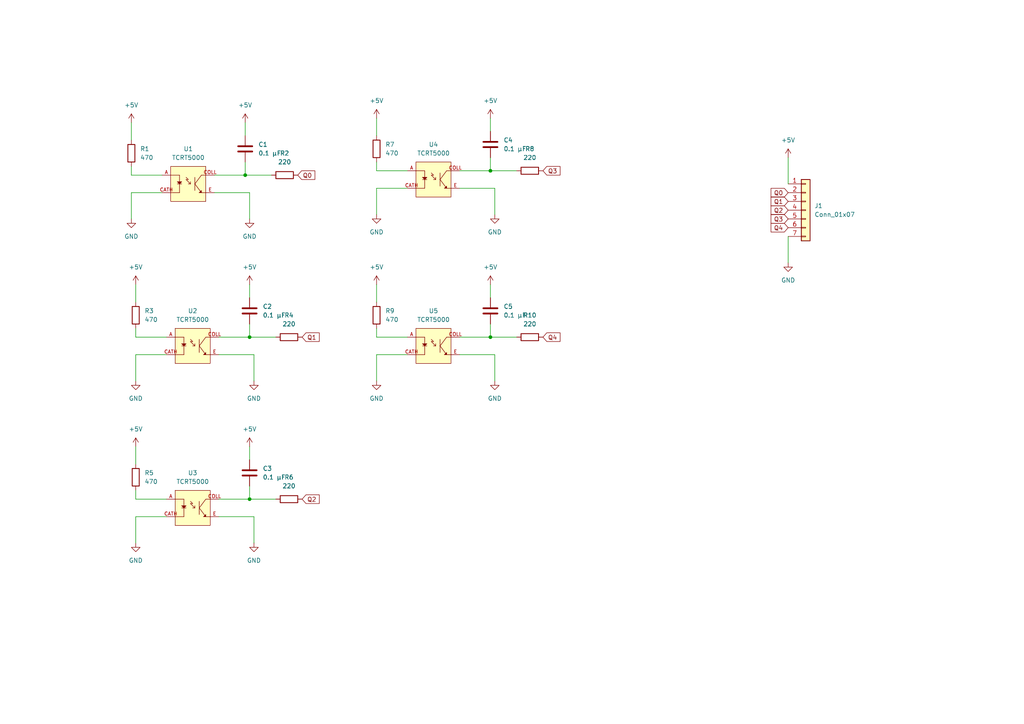
<source format=kicad_sch>
(kicad_sch (version 20230121) (generator eeschema)

  (uuid 6acb7d6e-ab3b-46ae-8ddb-4d2fb9ade2d9)

  (paper "A4")

  (lib_symbols
    (symbol "Connector_Generic:Conn_01x07" (pin_names (offset 1.016) hide) (in_bom yes) (on_board yes)
      (property "Reference" "J" (at 0 10.16 0)
        (effects (font (size 1.27 1.27)))
      )
      (property "Value" "Conn_01x07" (at 0 -10.16 0)
        (effects (font (size 1.27 1.27)))
      )
      (property "Footprint" "" (at 0 0 0)
        (effects (font (size 1.27 1.27)) hide)
      )
      (property "Datasheet" "~" (at 0 0 0)
        (effects (font (size 1.27 1.27)) hide)
      )
      (property "ki_keywords" "connector" (at 0 0 0)
        (effects (font (size 1.27 1.27)) hide)
      )
      (property "ki_description" "Generic connector, single row, 01x07, script generated (kicad-library-utils/schlib/autogen/connector/)" (at 0 0 0)
        (effects (font (size 1.27 1.27)) hide)
      )
      (property "ki_fp_filters" "Connector*:*_1x??_*" (at 0 0 0)
        (effects (font (size 1.27 1.27)) hide)
      )
      (symbol "Conn_01x07_1_1"
        (rectangle (start -1.27 -7.493) (end 0 -7.747)
          (stroke (width 0.1524) (type default))
          (fill (type none))
        )
        (rectangle (start -1.27 -4.953) (end 0 -5.207)
          (stroke (width 0.1524) (type default))
          (fill (type none))
        )
        (rectangle (start -1.27 -2.413) (end 0 -2.667)
          (stroke (width 0.1524) (type default))
          (fill (type none))
        )
        (rectangle (start -1.27 0.127) (end 0 -0.127)
          (stroke (width 0.1524) (type default))
          (fill (type none))
        )
        (rectangle (start -1.27 2.667) (end 0 2.413)
          (stroke (width 0.1524) (type default))
          (fill (type none))
        )
        (rectangle (start -1.27 5.207) (end 0 4.953)
          (stroke (width 0.1524) (type default))
          (fill (type none))
        )
        (rectangle (start -1.27 7.747) (end 0 7.493)
          (stroke (width 0.1524) (type default))
          (fill (type none))
        )
        (rectangle (start -1.27 8.89) (end 1.27 -8.89)
          (stroke (width 0.254) (type default))
          (fill (type background))
        )
        (pin passive line (at -5.08 7.62 0) (length 3.81)
          (name "Pin_1" (effects (font (size 1.27 1.27))))
          (number "1" (effects (font (size 1.27 1.27))))
        )
        (pin passive line (at -5.08 5.08 0) (length 3.81)
          (name "Pin_2" (effects (font (size 1.27 1.27))))
          (number "2" (effects (font (size 1.27 1.27))))
        )
        (pin passive line (at -5.08 2.54 0) (length 3.81)
          (name "Pin_3" (effects (font (size 1.27 1.27))))
          (number "3" (effects (font (size 1.27 1.27))))
        )
        (pin passive line (at -5.08 0 0) (length 3.81)
          (name "Pin_4" (effects (font (size 1.27 1.27))))
          (number "4" (effects (font (size 1.27 1.27))))
        )
        (pin passive line (at -5.08 -2.54 0) (length 3.81)
          (name "Pin_5" (effects (font (size 1.27 1.27))))
          (number "5" (effects (font (size 1.27 1.27))))
        )
        (pin passive line (at -5.08 -5.08 0) (length 3.81)
          (name "Pin_6" (effects (font (size 1.27 1.27))))
          (number "6" (effects (font (size 1.27 1.27))))
        )
        (pin passive line (at -5.08 -7.62 0) (length 3.81)
          (name "Pin_7" (effects (font (size 1.27 1.27))))
          (number "7" (effects (font (size 1.27 1.27))))
        )
      )
    )
    (symbol "Device:C" (pin_numbers hide) (pin_names (offset 0.254)) (in_bom yes) (on_board yes)
      (property "Reference" "C" (at 0.635 2.54 0)
        (effects (font (size 1.27 1.27)) (justify left))
      )
      (property "Value" "C" (at 0.635 -2.54 0)
        (effects (font (size 1.27 1.27)) (justify left))
      )
      (property "Footprint" "" (at 0.9652 -3.81 0)
        (effects (font (size 1.27 1.27)) hide)
      )
      (property "Datasheet" "~" (at 0 0 0)
        (effects (font (size 1.27 1.27)) hide)
      )
      (property "ki_keywords" "cap capacitor" (at 0 0 0)
        (effects (font (size 1.27 1.27)) hide)
      )
      (property "ki_description" "Unpolarized capacitor" (at 0 0 0)
        (effects (font (size 1.27 1.27)) hide)
      )
      (property "ki_fp_filters" "C_*" (at 0 0 0)
        (effects (font (size 1.27 1.27)) hide)
      )
      (symbol "C_0_1"
        (polyline
          (pts
            (xy -2.032 -0.762)
            (xy 2.032 -0.762)
          )
          (stroke (width 0.508) (type default))
          (fill (type none))
        )
        (polyline
          (pts
            (xy -2.032 0.762)
            (xy 2.032 0.762)
          )
          (stroke (width 0.508) (type default))
          (fill (type none))
        )
      )
      (symbol "C_1_1"
        (pin passive line (at 0 3.81 270) (length 2.794)
          (name "~" (effects (font (size 1.27 1.27))))
          (number "1" (effects (font (size 1.27 1.27))))
        )
        (pin passive line (at 0 -3.81 90) (length 2.794)
          (name "~" (effects (font (size 1.27 1.27))))
          (number "2" (effects (font (size 1.27 1.27))))
        )
      )
    )
    (symbol "Device:R" (pin_numbers hide) (pin_names (offset 0)) (in_bom yes) (on_board yes)
      (property "Reference" "R" (at 2.032 0 90)
        (effects (font (size 1.27 1.27)))
      )
      (property "Value" "R" (at 0 0 90)
        (effects (font (size 1.27 1.27)))
      )
      (property "Footprint" "" (at -1.778 0 90)
        (effects (font (size 1.27 1.27)) hide)
      )
      (property "Datasheet" "~" (at 0 0 0)
        (effects (font (size 1.27 1.27)) hide)
      )
      (property "ki_keywords" "R res resistor" (at 0 0 0)
        (effects (font (size 1.27 1.27)) hide)
      )
      (property "ki_description" "Resistor" (at 0 0 0)
        (effects (font (size 1.27 1.27)) hide)
      )
      (property "ki_fp_filters" "R_*" (at 0 0 0)
        (effects (font (size 1.27 1.27)) hide)
      )
      (symbol "R_0_1"
        (rectangle (start -1.016 -2.54) (end 1.016 2.54)
          (stroke (width 0.254) (type default))
          (fill (type none))
        )
      )
      (symbol "R_1_1"
        (pin passive line (at 0 3.81 270) (length 1.27)
          (name "~" (effects (font (size 1.27 1.27))))
          (number "1" (effects (font (size 1.27 1.27))))
        )
        (pin passive line (at 0 -3.81 90) (length 1.27)
          (name "~" (effects (font (size 1.27 1.27))))
          (number "2" (effects (font (size 1.27 1.27))))
        )
      )
    )
    (symbol "TCRT5000:TCRT5000" (pin_names (offset 1.016)) (in_bom yes) (on_board yes)
      (property "Reference" "U" (at -5.0887 5.7248 0)
        (effects (font (size 1.27 1.27)) (justify left bottom))
      )
      (property "Value" "TCRT5000" (at -5.0838 -5.7193 0)
        (effects (font (size 1.27 1.27)) (justify left top))
      )
      (property "Footprint" "TCRT5000:OPTO_TCRT5000" (at 0 0 0)
        (effects (font (size 1.27 1.27)) (justify bottom) hide)
      )
      (property "Datasheet" "" (at 0 0 0)
        (effects (font (size 1.27 1.27)) hide)
      )
      (property "MF" "Vishay" (at 0 0 0)
        (effects (font (size 1.27 1.27)) (justify bottom) hide)
      )
      (property "MAXIMUM_PACKAGE_HEIGHT" "7.2mm" (at 0 0 0)
        (effects (font (size 1.27 1.27)) (justify bottom) hide)
      )
      (property "Package" "TCRT5000 Vishay" (at 0 0 0)
        (effects (font (size 1.27 1.27)) (justify bottom) hide)
      )
      (property "Price" "None" (at 0 0 0)
        (effects (font (size 1.27 1.27)) (justify bottom) hide)
      )
      (property "Check_prices" "https://www.snapeda.com/parts/TCRT5000/Vishay+Semiconductor+Opto+Division/view-part/?ref=eda" (at 0 0 0)
        (effects (font (size 1.27 1.27)) (justify bottom) hide)
      )
      (property "STANDARD" "Manufacturer recommendations" (at 0 0 0)
        (effects (font (size 1.27 1.27)) (justify bottom) hide)
      )
      (property "PARTREV" "1.7" (at 0 0 0)
        (effects (font (size 1.27 1.27)) (justify bottom) hide)
      )
      (property "SnapEDA_Link" "https://www.snapeda.com/parts/TCRT5000/Vishay+Semiconductor+Opto+Division/view-part/?ref=snap" (at 0 0 0)
        (effects (font (size 1.27 1.27)) (justify bottom) hide)
      )
      (property "MP" "TCRT5000" (at 0 0 0)
        (effects (font (size 1.27 1.27)) (justify bottom) hide)
      )
      (property "Purchase-URL" "https://www.snapeda.com/api/url_track_click_mouser/?unipart_id=885229&manufacturer=Vishay&part_name=TCRT5000&search_term=None" (at 0 0 0)
        (effects (font (size 1.27 1.27)) (justify bottom) hide)
      )
      (property "Description" "\nReflective Optical Sensor 0.591 (15mm) PCB Mount\n" (at 0 0 0)
        (effects (font (size 1.27 1.27)) (justify bottom) hide)
      )
      (property "Availability" "In Stock" (at 0 0 0)
        (effects (font (size 1.27 1.27)) (justify bottom) hide)
      )
      (property "MANUFACTURER" "Vishay" (at 0 0 0)
        (effects (font (size 1.27 1.27)) (justify bottom) hide)
      )
      (symbol "TCRT5000_0_0"
        (rectangle (start -5.08 -5.08) (end 5.08 5.08)
          (stroke (width 0.1524) (type default))
          (fill (type background))
        )
        (polyline
          (pts
            (xy -5.08 2.54)
            (xy -2.54 2.54)
          )
          (stroke (width 0.1524) (type default))
          (fill (type none))
        )
        (polyline
          (pts
            (xy -3.175 0)
            (xy -1.905 0)
          )
          (stroke (width 0.1524) (type default))
          (fill (type none))
        )
        (polyline
          (pts
            (xy -2.54 -2.54)
            (xy -5.08 -2.54)
          )
          (stroke (width 0.1524) (type default))
          (fill (type none))
        )
        (polyline
          (pts
            (xy -2.54 2.54)
            (xy -2.54 -2.54)
          )
          (stroke (width 0.1524) (type default))
          (fill (type none))
        )
        (polyline
          (pts
            (xy -0.635 1.27)
            (xy 0.635 0)
          )
          (stroke (width 0.1524) (type default))
          (fill (type none))
        )
        (polyline
          (pts
            (xy -0.635 1.905)
            (xy 0 1.27)
          )
          (stroke (width 0.1524) (type default))
          (fill (type none))
        )
        (polyline
          (pts
            (xy 0 1.27)
            (xy -0.635 1.27)
          )
          (stroke (width 0.1524) (type default))
          (fill (type none))
        )
        (polyline
          (pts
            (xy 0.635 0)
            (xy 0 0)
          )
          (stroke (width 0.1524) (type default))
          (fill (type none))
        )
        (polyline
          (pts
            (xy 0.635 0.635)
            (xy 0.635 0)
          )
          (stroke (width 0.1524) (type default))
          (fill (type none))
        )
        (polyline
          (pts
            (xy 1.905 0)
            (xy 1.905 -1.905)
          )
          (stroke (width 0.1524) (type default))
          (fill (type none))
        )
        (polyline
          (pts
            (xy 1.905 0)
            (xy 3.81 -2.54)
          )
          (stroke (width 0.1524) (type default))
          (fill (type none))
        )
        (polyline
          (pts
            (xy 1.905 0)
            (xy 3.81 2.54)
          )
          (stroke (width 0.1524) (type default))
          (fill (type none))
        )
        (polyline
          (pts
            (xy 1.905 1.905)
            (xy 1.905 0)
          )
          (stroke (width 0.1524) (type default))
          (fill (type none))
        )
        (polyline
          (pts
            (xy 3.81 -2.54)
            (xy 5.08 -2.54)
          )
          (stroke (width 0.1524) (type default))
          (fill (type none))
        )
        (polyline
          (pts
            (xy 3.81 2.54)
            (xy 5.08 2.54)
          )
          (stroke (width 0.1524) (type default))
          (fill (type none))
        )
        (polyline
          (pts
            (xy -3.175 0.635)
            (xy -1.905 0.635)
            (xy -2.54 0)
            (xy -3.175 0.635)
          )
          (stroke (width 0.1524) (type default))
          (fill (type outline))
        )
        (polyline
          (pts
            (xy 3.175 -2.54)
            (xy 3.81 -2.54)
            (xy 3.81 -1.905)
            (xy 3.175 -2.54)
          )
          (stroke (width 0.1524) (type default))
          (fill (type outline))
        )
        (pin passive line (at -7.62 2.54 0) (length 2.54)
          (name "~" (effects (font (size 1.016 1.016))))
          (number "A" (effects (font (size 1.016 1.016))))
        )
        (pin passive line (at -7.62 -2.54 0) (length 2.54)
          (name "~" (effects (font (size 1.016 1.016))))
          (number "CATH" (effects (font (size 1.016 1.016))))
        )
        (pin passive line (at 7.62 2.54 180) (length 2.54)
          (name "~" (effects (font (size 1.016 1.016))))
          (number "COLL" (effects (font (size 1.016 1.016))))
        )
        (pin passive line (at 7.62 -2.54 180) (length 2.54)
          (name "~" (effects (font (size 1.016 1.016))))
          (number "E" (effects (font (size 1.016 1.016))))
        )
      )
    )
    (symbol "power:+5V" (power) (pin_names (offset 0)) (in_bom yes) (on_board yes)
      (property "Reference" "#PWR" (at 0 -3.81 0)
        (effects (font (size 1.27 1.27)) hide)
      )
      (property "Value" "+5V" (at 0 3.556 0)
        (effects (font (size 1.27 1.27)))
      )
      (property "Footprint" "" (at 0 0 0)
        (effects (font (size 1.27 1.27)) hide)
      )
      (property "Datasheet" "" (at 0 0 0)
        (effects (font (size 1.27 1.27)) hide)
      )
      (property "ki_keywords" "global power" (at 0 0 0)
        (effects (font (size 1.27 1.27)) hide)
      )
      (property "ki_description" "Power symbol creates a global label with name \"+5V\"" (at 0 0 0)
        (effects (font (size 1.27 1.27)) hide)
      )
      (symbol "+5V_0_1"
        (polyline
          (pts
            (xy -0.762 1.27)
            (xy 0 2.54)
          )
          (stroke (width 0) (type default))
          (fill (type none))
        )
        (polyline
          (pts
            (xy 0 0)
            (xy 0 2.54)
          )
          (stroke (width 0) (type default))
          (fill (type none))
        )
        (polyline
          (pts
            (xy 0 2.54)
            (xy 0.762 1.27)
          )
          (stroke (width 0) (type default))
          (fill (type none))
        )
      )
      (symbol "+5V_1_1"
        (pin power_in line (at 0 0 90) (length 0) hide
          (name "+5V" (effects (font (size 1.27 1.27))))
          (number "1" (effects (font (size 1.27 1.27))))
        )
      )
    )
    (symbol "power:GND" (power) (pin_names (offset 0)) (in_bom yes) (on_board yes)
      (property "Reference" "#PWR" (at 0 -6.35 0)
        (effects (font (size 1.27 1.27)) hide)
      )
      (property "Value" "GND" (at 0 -3.81 0)
        (effects (font (size 1.27 1.27)))
      )
      (property "Footprint" "" (at 0 0 0)
        (effects (font (size 1.27 1.27)) hide)
      )
      (property "Datasheet" "" (at 0 0 0)
        (effects (font (size 1.27 1.27)) hide)
      )
      (property "ki_keywords" "global power" (at 0 0 0)
        (effects (font (size 1.27 1.27)) hide)
      )
      (property "ki_description" "Power symbol creates a global label with name \"GND\" , ground" (at 0 0 0)
        (effects (font (size 1.27 1.27)) hide)
      )
      (symbol "GND_0_1"
        (polyline
          (pts
            (xy 0 0)
            (xy 0 -1.27)
            (xy 1.27 -1.27)
            (xy 0 -2.54)
            (xy -1.27 -1.27)
            (xy 0 -1.27)
          )
          (stroke (width 0) (type default))
          (fill (type none))
        )
      )
      (symbol "GND_1_1"
        (pin power_in line (at 0 0 270) (length 0) hide
          (name "GND" (effects (font (size 1.27 1.27))))
          (number "1" (effects (font (size 1.27 1.27))))
        )
      )
    )
  )

  (junction (at 72.39 144.78) (diameter 0) (color 0 0 0 0)
    (uuid 00cdba6a-f3d7-4482-8c98-174734911208)
  )
  (junction (at 142.24 49.53) (diameter 0) (color 0 0 0 0)
    (uuid 08ef4813-3163-46eb-b4e1-6681bfa2fdc5)
  )
  (junction (at 71.12 50.8) (diameter 0) (color 0 0 0 0)
    (uuid 926b8147-c833-4a65-802d-62e980595d91)
  )
  (junction (at 72.39 97.79) (diameter 0) (color 0 0 0 0)
    (uuid 936e6c02-c466-4287-a97b-7d6660326a5f)
  )
  (junction (at 142.24 97.79) (diameter 0) (color 0 0 0 0)
    (uuid a5bcdc6b-6bd8-4df9-a682-8763dbef8833)
  )

  (wire (pts (xy 39.37 129.54) (xy 39.37 134.62))
    (stroke (width 0) (type default))
    (uuid 050d68a7-c8bc-4c3e-8ad6-b6c7976f3ce9)
  )
  (wire (pts (xy 71.12 35.56) (xy 71.12 39.37))
    (stroke (width 0) (type default))
    (uuid 09f3dc81-3675-45b8-a190-ccc92ca924c3)
  )
  (wire (pts (xy 72.39 55.88) (xy 72.39 63.5))
    (stroke (width 0) (type default))
    (uuid 0ad59533-d303-429c-81ed-1f1a764fb577)
  )
  (wire (pts (xy 62.23 50.8) (xy 71.12 50.8))
    (stroke (width 0) (type default))
    (uuid 0e8d258b-e212-4881-ae91-201ee4a5ab9c)
  )
  (wire (pts (xy 143.51 102.87) (xy 143.51 110.49))
    (stroke (width 0) (type default))
    (uuid 1268e922-680b-4433-9328-32a68e34f480)
  )
  (wire (pts (xy 142.24 97.79) (xy 149.86 97.79))
    (stroke (width 0) (type default))
    (uuid 13a4d88a-16ca-4ebe-94c3-e6f1e60baf34)
  )
  (wire (pts (xy 109.22 54.61) (xy 109.22 62.23))
    (stroke (width 0) (type default))
    (uuid 16df15d5-ab93-4cbf-af7e-ec4fcd54b4fa)
  )
  (wire (pts (xy 38.1 50.8) (xy 46.99 50.8))
    (stroke (width 0) (type default))
    (uuid 19aa008a-e75f-4000-9436-c107aae191dc)
  )
  (wire (pts (xy 133.35 102.87) (xy 143.51 102.87))
    (stroke (width 0) (type default))
    (uuid 1df84311-aa97-436b-8bff-82960a4b2111)
  )
  (wire (pts (xy 63.5 144.78) (xy 72.39 144.78))
    (stroke (width 0) (type default))
    (uuid 21b907a3-694b-4e61-ad78-aa54988af0bd)
  )
  (wire (pts (xy 48.26 149.86) (xy 39.37 149.86))
    (stroke (width 0) (type default))
    (uuid 264a5ae1-406e-410a-bda8-3e37ddd74d23)
  )
  (wire (pts (xy 109.22 95.25) (xy 109.22 97.79))
    (stroke (width 0) (type default))
    (uuid 28a2ed94-8e8b-4148-a810-e313eb26103a)
  )
  (wire (pts (xy 72.39 144.78) (xy 80.01 144.78))
    (stroke (width 0) (type default))
    (uuid 2cc26462-551d-444a-9ff4-78c7330b67b2)
  )
  (wire (pts (xy 142.24 82.55) (xy 142.24 86.36))
    (stroke (width 0) (type default))
    (uuid 361a6e98-82f5-4c06-8168-b7b74d7b7b08)
  )
  (wire (pts (xy 46.99 55.88) (xy 38.1 55.88))
    (stroke (width 0) (type default))
    (uuid 3e61a2b5-6666-4dff-a6a4-d2a0eb1e2b07)
  )
  (wire (pts (xy 63.5 97.79) (xy 72.39 97.79))
    (stroke (width 0) (type default))
    (uuid 3ef87909-7481-4bad-9644-de9b1e3e0776)
  )
  (wire (pts (xy 228.6 68.58) (xy 228.6 76.2))
    (stroke (width 0) (type default))
    (uuid 45ae3ad7-640c-4bb4-86da-98909c0c3ccd)
  )
  (wire (pts (xy 72.39 129.54) (xy 72.39 133.35))
    (stroke (width 0) (type default))
    (uuid 4606c80c-1319-4a2e-a91d-f5f51978a53b)
  )
  (wire (pts (xy 39.37 95.25) (xy 39.37 97.79))
    (stroke (width 0) (type default))
    (uuid 474c9241-a936-4241-8f91-c2fcba9efad1)
  )
  (wire (pts (xy 228.6 45.72) (xy 228.6 53.34))
    (stroke (width 0) (type default))
    (uuid 4c76d255-601c-430f-b757-552d34a90000)
  )
  (wire (pts (xy 39.37 149.86) (xy 39.37 157.48))
    (stroke (width 0) (type default))
    (uuid 5750435c-0376-46ef-a43c-456713fc000b)
  )
  (wire (pts (xy 39.37 82.55) (xy 39.37 87.63))
    (stroke (width 0) (type default))
    (uuid 575caefc-586b-4bf6-a225-dd52f23aec35)
  )
  (wire (pts (xy 118.11 54.61) (xy 109.22 54.61))
    (stroke (width 0) (type default))
    (uuid 5b0c0e63-ef6e-4490-969a-8570b9a6143c)
  )
  (wire (pts (xy 109.22 46.99) (xy 109.22 49.53))
    (stroke (width 0) (type default))
    (uuid 5e163ae7-8c71-440f-85f8-c8d6a8211a65)
  )
  (wire (pts (xy 142.24 34.29) (xy 142.24 38.1))
    (stroke (width 0) (type default))
    (uuid 65aee278-99f9-499a-8741-99d09bab4168)
  )
  (wire (pts (xy 118.11 102.87) (xy 109.22 102.87))
    (stroke (width 0) (type default))
    (uuid 6ab5e9ef-c646-42f2-804a-9204ce4ed216)
  )
  (wire (pts (xy 143.51 54.61) (xy 143.51 62.23))
    (stroke (width 0) (type default))
    (uuid 6c31b5e5-119b-4d88-9631-4458ed80f2e7)
  )
  (wire (pts (xy 38.1 35.56) (xy 38.1 40.64))
    (stroke (width 0) (type default))
    (uuid 7457af92-2ab6-4428-a587-bf417a2cd689)
  )
  (wire (pts (xy 109.22 102.87) (xy 109.22 110.49))
    (stroke (width 0) (type default))
    (uuid 82fbd92d-3ba5-4f3a-83d9-431ff3351a59)
  )
  (wire (pts (xy 133.35 54.61) (xy 143.51 54.61))
    (stroke (width 0) (type default))
    (uuid 8339962c-cebb-4ab9-859f-1f823a668c50)
  )
  (wire (pts (xy 39.37 97.79) (xy 48.26 97.79))
    (stroke (width 0) (type default))
    (uuid 876df353-1e9c-49c3-bde7-89a60f75e90a)
  )
  (wire (pts (xy 72.39 97.79) (xy 72.39 93.98))
    (stroke (width 0) (type default))
    (uuid 8a12a35c-fe42-4505-84f3-5b08c19b64d7)
  )
  (wire (pts (xy 63.5 149.86) (xy 73.66 149.86))
    (stroke (width 0) (type default))
    (uuid 96ad2760-2ca7-4390-966e-b42df6ef339a)
  )
  (wire (pts (xy 39.37 142.24) (xy 39.37 144.78))
    (stroke (width 0) (type default))
    (uuid 996c5c34-0cca-4331-9e6a-2cfd51a07a63)
  )
  (wire (pts (xy 109.22 97.79) (xy 118.11 97.79))
    (stroke (width 0) (type default))
    (uuid 9bf2f8d4-c389-43ac-bf11-4cd94814ba55)
  )
  (wire (pts (xy 71.12 50.8) (xy 71.12 46.99))
    (stroke (width 0) (type default))
    (uuid 9dfd3824-c572-4cd8-8484-dc53086d7d7d)
  )
  (wire (pts (xy 72.39 97.79) (xy 80.01 97.79))
    (stroke (width 0) (type default))
    (uuid a109d54d-4298-42b2-9604-92cc886ccd0b)
  )
  (wire (pts (xy 142.24 97.79) (xy 142.24 93.98))
    (stroke (width 0) (type default))
    (uuid acf49d98-a056-4800-927c-f6357655f922)
  )
  (wire (pts (xy 133.35 97.79) (xy 142.24 97.79))
    (stroke (width 0) (type default))
    (uuid b3d29286-8a6a-485f-8c87-4e1bb6fac117)
  )
  (wire (pts (xy 38.1 48.26) (xy 38.1 50.8))
    (stroke (width 0) (type default))
    (uuid b4465538-4ba3-4691-804b-b4ab9a1a25f6)
  )
  (wire (pts (xy 109.22 49.53) (xy 118.11 49.53))
    (stroke (width 0) (type default))
    (uuid b9da6c18-1e64-4c80-ab1c-e9e172d1048f)
  )
  (wire (pts (xy 62.23 55.88) (xy 72.39 55.88))
    (stroke (width 0) (type default))
    (uuid bb004722-b8c2-4d17-981b-49bbb4ceb80f)
  )
  (wire (pts (xy 72.39 144.78) (xy 72.39 140.97))
    (stroke (width 0) (type default))
    (uuid c7434af6-efcd-445f-b52a-7aa6c33d1c81)
  )
  (wire (pts (xy 109.22 82.55) (xy 109.22 87.63))
    (stroke (width 0) (type default))
    (uuid d1b9faac-b287-4825-8601-7b0ed3ed5dfd)
  )
  (wire (pts (xy 48.26 102.87) (xy 39.37 102.87))
    (stroke (width 0) (type default))
    (uuid d6a91045-8606-46ba-a405-4add2cc022ab)
  )
  (wire (pts (xy 39.37 144.78) (xy 48.26 144.78))
    (stroke (width 0) (type default))
    (uuid d6ff4306-d2a1-451d-adbb-371a8b4bbdc0)
  )
  (wire (pts (xy 142.24 49.53) (xy 149.86 49.53))
    (stroke (width 0) (type default))
    (uuid d9aaf0ae-2fe4-4bda-af57-0f4cc8597fc3)
  )
  (wire (pts (xy 63.5 102.87) (xy 73.66 102.87))
    (stroke (width 0) (type default))
    (uuid dd60a352-d64c-49dc-943b-6056611f1850)
  )
  (wire (pts (xy 73.66 149.86) (xy 73.66 157.48))
    (stroke (width 0) (type default))
    (uuid dd8a1f78-4783-4185-b580-ff651c85b34f)
  )
  (wire (pts (xy 109.22 34.29) (xy 109.22 39.37))
    (stroke (width 0) (type default))
    (uuid e134b1ba-57c1-4110-ac2e-d281e393cf1c)
  )
  (wire (pts (xy 71.12 50.8) (xy 78.74 50.8))
    (stroke (width 0) (type default))
    (uuid e4061326-81d9-44ea-af04-dda38e77cd67)
  )
  (wire (pts (xy 38.1 55.88) (xy 38.1 63.5))
    (stroke (width 0) (type default))
    (uuid e586d127-220e-497d-9ab8-d5aafaadfcb3)
  )
  (wire (pts (xy 73.66 102.87) (xy 73.66 110.49))
    (stroke (width 0) (type default))
    (uuid e7745ddd-a91b-47d8-9dee-719be14b03c2)
  )
  (wire (pts (xy 142.24 49.53) (xy 142.24 45.72))
    (stroke (width 0) (type default))
    (uuid f4408e36-3f13-46c6-a7db-cca059ba8f6a)
  )
  (wire (pts (xy 133.35 49.53) (xy 142.24 49.53))
    (stroke (width 0) (type default))
    (uuid f61d7857-f617-4f25-ba2a-9a2ee8d6f0e3)
  )
  (wire (pts (xy 72.39 82.55) (xy 72.39 86.36))
    (stroke (width 0) (type default))
    (uuid ff4c93c0-9442-472a-9c0f-73e550a448e4)
  )
  (wire (pts (xy 39.37 102.87) (xy 39.37 110.49))
    (stroke (width 0) (type default))
    (uuid ff884a25-f40e-4338-b50e-f465a91886d2)
  )

  (global_label "Q4" (shape input) (at 157.48 97.79 0) (fields_autoplaced)
    (effects (font (size 1.27 1.27)) (justify left))
    (uuid 0464c9fb-75f0-4fb6-9031-9141553d6ad7)
    (property "Intersheetrefs" "${INTERSHEET_REFS}" (at 163.0052 97.79 0)
      (effects (font (size 1.27 1.27)) (justify left) hide)
    )
  )
  (global_label "Q2" (shape input) (at 87.63 144.78 0) (fields_autoplaced)
    (effects (font (size 1.27 1.27)) (justify left))
    (uuid 488abb8c-fb93-4eb1-bad1-1e9ac29ce98a)
    (property "Intersheetrefs" "${INTERSHEET_REFS}" (at 93.1552 144.78 0)
      (effects (font (size 1.27 1.27)) (justify left) hide)
    )
  )
  (global_label "Q0" (shape input) (at 86.36 50.8 0) (fields_autoplaced)
    (effects (font (size 1.27 1.27)) (justify left))
    (uuid 5a7e8c7a-b250-417d-8bc7-c8fc5402ba0a)
    (property "Intersheetrefs" "${INTERSHEET_REFS}" (at 91.8852 50.8 0)
      (effects (font (size 1.27 1.27)) (justify left) hide)
    )
  )
  (global_label "Q1" (shape input) (at 87.63 97.79 0) (fields_autoplaced)
    (effects (font (size 1.27 1.27)) (justify left))
    (uuid 678146ba-773c-4c1a-a334-43f22bd28bc2)
    (property "Intersheetrefs" "${INTERSHEET_REFS}" (at 93.1552 97.79 0)
      (effects (font (size 1.27 1.27)) (justify left) hide)
    )
  )
  (global_label "Q1" (shape input) (at 228.6 58.42 180) (fields_autoplaced)
    (effects (font (size 1.27 1.27)) (justify right))
    (uuid 6ba027b0-2f32-4cce-a84d-15c4abde8876)
    (property "Intersheetrefs" "${INTERSHEET_REFS}" (at 223.0748 58.42 0)
      (effects (font (size 1.27 1.27)) (justify right) hide)
    )
  )
  (global_label "Q0" (shape input) (at 228.6 55.88 180) (fields_autoplaced)
    (effects (font (size 1.27 1.27)) (justify right))
    (uuid 6f962a7d-d8a6-43f1-84d7-9ae9f1e09fc9)
    (property "Intersheetrefs" "${INTERSHEET_REFS}" (at 223.0748 55.88 0)
      (effects (font (size 1.27 1.27)) (justify right) hide)
    )
  )
  (global_label "Q3" (shape input) (at 157.48 49.53 0) (fields_autoplaced)
    (effects (font (size 1.27 1.27)) (justify left))
    (uuid 83d71600-9dc9-44a5-8e67-d6bf5e1ea723)
    (property "Intersheetrefs" "${INTERSHEET_REFS}" (at 163.0052 49.53 0)
      (effects (font (size 1.27 1.27)) (justify left) hide)
    )
  )
  (global_label "Q3" (shape input) (at 228.6 63.5 180) (fields_autoplaced)
    (effects (font (size 1.27 1.27)) (justify right))
    (uuid b40592a7-cec8-45aa-b0d9-88a0713d16ea)
    (property "Intersheetrefs" "${INTERSHEET_REFS}" (at 223.0748 63.5 0)
      (effects (font (size 1.27 1.27)) (justify right) hide)
    )
  )
  (global_label "Q4" (shape input) (at 228.6 66.04 180) (fields_autoplaced)
    (effects (font (size 1.27 1.27)) (justify right))
    (uuid d367bdab-52c7-4c54-afcc-0c97b443ca44)
    (property "Intersheetrefs" "${INTERSHEET_REFS}" (at 223.0748 66.04 0)
      (effects (font (size 1.27 1.27)) (justify right) hide)
    )
  )
  (global_label "Q2" (shape input) (at 228.6 60.96 180) (fields_autoplaced)
    (effects (font (size 1.27 1.27)) (justify right))
    (uuid da1a5243-7268-456c-96f2-73799c1b2df2)
    (property "Intersheetrefs" "${INTERSHEET_REFS}" (at 223.0748 60.96 0)
      (effects (font (size 1.27 1.27)) (justify right) hide)
    )
  )

  (symbol (lib_id "TCRT5000:TCRT5000") (at 125.73 100.33 0) (unit 1)
    (in_bom yes) (on_board yes) (dnp no) (fields_autoplaced)
    (uuid 03a83e4a-dd1d-444b-877f-fe0c12ddc65d)
    (property "Reference" "U5" (at 125.73 90.17 0)
      (effects (font (size 1.27 1.27)))
    )
    (property "Value" "TCRT5000" (at 125.73 92.71 0)
      (effects (font (size 1.27 1.27)))
    )
    (property "Footprint" "TCRT5000:OPTO_TCRT5000" (at 125.73 100.33 0)
      (effects (font (size 1.27 1.27)) (justify bottom) hide)
    )
    (property "Datasheet" "" (at 125.73 100.33 0)
      (effects (font (size 1.27 1.27)) hide)
    )
    (property "MF" "Vishay" (at 125.73 100.33 0)
      (effects (font (size 1.27 1.27)) (justify bottom) hide)
    )
    (property "MAXIMUM_PACKAGE_HEIGHT" "7.2mm" (at 125.73 100.33 0)
      (effects (font (size 1.27 1.27)) (justify bottom) hide)
    )
    (property "Package" "TCRT5000 Vishay" (at 125.73 100.33 0)
      (effects (font (size 1.27 1.27)) (justify bottom) hide)
    )
    (property "Price" "None" (at 125.73 100.33 0)
      (effects (font (size 1.27 1.27)) (justify bottom) hide)
    )
    (property "Check_prices" "https://www.snapeda.com/parts/TCRT5000/Vishay+Semiconductor+Opto+Division/view-part/?ref=eda" (at 125.73 100.33 0)
      (effects (font (size 1.27 1.27)) (justify bottom) hide)
    )
    (property "STANDARD" "Manufacturer recommendations" (at 125.73 100.33 0)
      (effects (font (size 1.27 1.27)) (justify bottom) hide)
    )
    (property "PARTREV" "1.7" (at 125.73 100.33 0)
      (effects (font (size 1.27 1.27)) (justify bottom) hide)
    )
    (property "SnapEDA_Link" "https://www.snapeda.com/parts/TCRT5000/Vishay+Semiconductor+Opto+Division/view-part/?ref=snap" (at 125.73 100.33 0)
      (effects (font (size 1.27 1.27)) (justify bottom) hide)
    )
    (property "MP" "TCRT5000" (at 125.73 100.33 0)
      (effects (font (size 1.27 1.27)) (justify bottom) hide)
    )
    (property "Purchase-URL" "https://www.snapeda.com/api/url_track_click_mouser/?unipart_id=885229&manufacturer=Vishay&part_name=TCRT5000&search_term=None" (at 125.73 100.33 0)
      (effects (font (size 1.27 1.27)) (justify bottom) hide)
    )
    (property "Description" "\nReflective Optical Sensor 0.591 (15mm) PCB Mount\n" (at 125.73 100.33 0)
      (effects (font (size 1.27 1.27)) (justify bottom) hide)
    )
    (property "Availability" "In Stock" (at 125.73 100.33 0)
      (effects (font (size 1.27 1.27)) (justify bottom) hide)
    )
    (property "MANUFACTURER" "Vishay" (at 125.73 100.33 0)
      (effects (font (size 1.27 1.27)) (justify bottom) hide)
    )
    (pin "A" (uuid e63f36a3-d687-45b5-8339-dad6ccf0b910))
    (pin "CATH" (uuid dc4722c3-3abe-4e4e-9034-8dc550c28edb))
    (pin "COLL" (uuid 3bd23510-9032-42da-8748-97ca83f6a521))
    (pin "E" (uuid 55836de1-1f27-40d9-b568-2198a51ba8a9))
    (instances
      (project "sensors"
        (path "/6acb7d6e-ab3b-46ae-8ddb-4d2fb9ade2d9"
          (reference "U5") (unit 1)
        )
      )
    )
  )

  (symbol (lib_id "TCRT5000:TCRT5000") (at 54.61 53.34 0) (unit 1)
    (in_bom yes) (on_board yes) (dnp no) (fields_autoplaced)
    (uuid 0b2c5ce9-ba0d-47d7-9038-7d09b7d61118)
    (property "Reference" "U1" (at 54.61 43.18 0)
      (effects (font (size 1.27 1.27)))
    )
    (property "Value" "TCRT5000" (at 54.61 45.72 0)
      (effects (font (size 1.27 1.27)))
    )
    (property "Footprint" "TCRT5000:OPTO_TCRT5000" (at 54.61 53.34 0)
      (effects (font (size 1.27 1.27)) (justify bottom) hide)
    )
    (property "Datasheet" "" (at 54.61 53.34 0)
      (effects (font (size 1.27 1.27)) hide)
    )
    (property "MF" "Vishay" (at 54.61 53.34 0)
      (effects (font (size 1.27 1.27)) (justify bottom) hide)
    )
    (property "MAXIMUM_PACKAGE_HEIGHT" "7.2mm" (at 54.61 53.34 0)
      (effects (font (size 1.27 1.27)) (justify bottom) hide)
    )
    (property "Package" "TCRT5000 Vishay" (at 54.61 53.34 0)
      (effects (font (size 1.27 1.27)) (justify bottom) hide)
    )
    (property "Price" "None" (at 54.61 53.34 0)
      (effects (font (size 1.27 1.27)) (justify bottom) hide)
    )
    (property "Check_prices" "https://www.snapeda.com/parts/TCRT5000/Vishay+Semiconductor+Opto+Division/view-part/?ref=eda" (at 54.61 53.34 0)
      (effects (font (size 1.27 1.27)) (justify bottom) hide)
    )
    (property "STANDARD" "Manufacturer recommendations" (at 54.61 53.34 0)
      (effects (font (size 1.27 1.27)) (justify bottom) hide)
    )
    (property "PARTREV" "1.7" (at 54.61 53.34 0)
      (effects (font (size 1.27 1.27)) (justify bottom) hide)
    )
    (property "SnapEDA_Link" "https://www.snapeda.com/parts/TCRT5000/Vishay+Semiconductor+Opto+Division/view-part/?ref=snap" (at 54.61 53.34 0)
      (effects (font (size 1.27 1.27)) (justify bottom) hide)
    )
    (property "MP" "TCRT5000" (at 54.61 53.34 0)
      (effects (font (size 1.27 1.27)) (justify bottom) hide)
    )
    (property "Purchase-URL" "https://www.snapeda.com/api/url_track_click_mouser/?unipart_id=885229&manufacturer=Vishay&part_name=TCRT5000&search_term=None" (at 54.61 53.34 0)
      (effects (font (size 1.27 1.27)) (justify bottom) hide)
    )
    (property "Description" "\nReflective Optical Sensor 0.591 (15mm) PCB Mount\n" (at 54.61 53.34 0)
      (effects (font (size 1.27 1.27)) (justify bottom) hide)
    )
    (property "Availability" "In Stock" (at 54.61 53.34 0)
      (effects (font (size 1.27 1.27)) (justify bottom) hide)
    )
    (property "MANUFACTURER" "Vishay" (at 54.61 53.34 0)
      (effects (font (size 1.27 1.27)) (justify bottom) hide)
    )
    (pin "A" (uuid d940f786-9a2d-44f6-b82c-a292354c0d38))
    (pin "CATH" (uuid 9da1078c-792d-429c-b1d2-804e99aa52cc))
    (pin "COLL" (uuid 09f5f350-d300-41ee-a29d-a37e43531947))
    (pin "E" (uuid 7194101b-9a18-4803-8e54-4aa2f7688da2))
    (instances
      (project "sensors"
        (path "/6acb7d6e-ab3b-46ae-8ddb-4d2fb9ade2d9"
          (reference "U1") (unit 1)
        )
      )
    )
  )

  (symbol (lib_id "Device:C") (at 142.24 90.17 0) (unit 1)
    (in_bom yes) (on_board yes) (dnp no) (fields_autoplaced)
    (uuid 0c54c896-8d09-4e03-aa14-938638a46b36)
    (property "Reference" "C5" (at 146.05 88.9 0)
      (effects (font (size 1.27 1.27)) (justify left))
    )
    (property "Value" "0.1 µF" (at 146.05 91.44 0)
      (effects (font (size 1.27 1.27)) (justify left))
    )
    (property "Footprint" "" (at 143.2052 93.98 0)
      (effects (font (size 1.27 1.27)) hide)
    )
    (property "Datasheet" "~" (at 142.24 90.17 0)
      (effects (font (size 1.27 1.27)) hide)
    )
    (pin "1" (uuid 8f0cbaa3-0b89-48a0-ad47-00849b367205))
    (pin "2" (uuid 59f2e88b-a51a-4251-8274-9b4bbe8e29a2))
    (instances
      (project "sensors"
        (path "/6acb7d6e-ab3b-46ae-8ddb-4d2fb9ade2d9"
          (reference "C5") (unit 1)
        )
      )
    )
  )

  (symbol (lib_id "Device:R") (at 83.82 144.78 90) (unit 1)
    (in_bom yes) (on_board yes) (dnp no) (fields_autoplaced)
    (uuid 161dde1c-7cde-4555-821e-c369e6e5ea98)
    (property "Reference" "R6" (at 83.82 138.43 90)
      (effects (font (size 1.27 1.27)))
    )
    (property "Value" "220" (at 83.82 140.97 90)
      (effects (font (size 1.27 1.27)))
    )
    (property "Footprint" "" (at 83.82 146.558 90)
      (effects (font (size 1.27 1.27)) hide)
    )
    (property "Datasheet" "~" (at 83.82 144.78 0)
      (effects (font (size 1.27 1.27)) hide)
    )
    (pin "1" (uuid 15c17b20-2fbf-44da-903d-054c63d3845e))
    (pin "2" (uuid b5e9357f-1f1d-4b90-abcd-4628f9555712))
    (instances
      (project "sensors"
        (path "/6acb7d6e-ab3b-46ae-8ddb-4d2fb9ade2d9"
          (reference "R6") (unit 1)
        )
      )
    )
  )

  (symbol (lib_id "power:GND") (at 38.1 63.5 0) (unit 1)
    (in_bom yes) (on_board yes) (dnp no) (fields_autoplaced)
    (uuid 171627b7-8214-484b-8395-babf40f4facc)
    (property "Reference" "#PWR01" (at 38.1 69.85 0)
      (effects (font (size 1.27 1.27)) hide)
    )
    (property "Value" "GND" (at 38.1 68.58 0)
      (effects (font (size 1.27 1.27)))
    )
    (property "Footprint" "" (at 38.1 63.5 0)
      (effects (font (size 1.27 1.27)) hide)
    )
    (property "Datasheet" "" (at 38.1 63.5 0)
      (effects (font (size 1.27 1.27)) hide)
    )
    (pin "1" (uuid e1702d70-7cb5-4f99-bbb8-cd05e870640d))
    (instances
      (project "sensors"
        (path "/6acb7d6e-ab3b-46ae-8ddb-4d2fb9ade2d9"
          (reference "#PWR01") (unit 1)
        )
      )
    )
  )

  (symbol (lib_id "Device:R") (at 39.37 138.43 0) (unit 1)
    (in_bom yes) (on_board yes) (dnp no) (fields_autoplaced)
    (uuid 1dbd5658-6d2e-49b3-83e1-a7fb1fd7047e)
    (property "Reference" "R5" (at 41.91 137.16 0)
      (effects (font (size 1.27 1.27)) (justify left))
    )
    (property "Value" "470" (at 41.91 139.7 0)
      (effects (font (size 1.27 1.27)) (justify left))
    )
    (property "Footprint" "" (at 37.592 138.43 90)
      (effects (font (size 1.27 1.27)) hide)
    )
    (property "Datasheet" "~" (at 39.37 138.43 0)
      (effects (font (size 1.27 1.27)) hide)
    )
    (pin "1" (uuid a937ebf8-93c2-41ff-8286-5e6dce748ef1))
    (pin "2" (uuid 12d6866a-655e-4406-9d35-a9500c5cda53))
    (instances
      (project "sensors"
        (path "/6acb7d6e-ab3b-46ae-8ddb-4d2fb9ade2d9"
          (reference "R5") (unit 1)
        )
      )
    )
  )

  (symbol (lib_id "Device:C") (at 71.12 43.18 0) (unit 1)
    (in_bom yes) (on_board yes) (dnp no) (fields_autoplaced)
    (uuid 1dfc05b8-f246-4812-b3d9-b514adaed3ea)
    (property "Reference" "C1" (at 74.93 41.91 0)
      (effects (font (size 1.27 1.27)) (justify left))
    )
    (property "Value" "0.1 µF" (at 74.93 44.45 0)
      (effects (font (size 1.27 1.27)) (justify left))
    )
    (property "Footprint" "" (at 72.0852 46.99 0)
      (effects (font (size 1.27 1.27)) hide)
    )
    (property "Datasheet" "~" (at 71.12 43.18 0)
      (effects (font (size 1.27 1.27)) hide)
    )
    (pin "1" (uuid 77464063-030f-444f-8171-84643e31fc9d))
    (pin "2" (uuid bd777008-7580-4ea3-8470-10d7de2c5d4f))
    (instances
      (project "sensors"
        (path "/6acb7d6e-ab3b-46ae-8ddb-4d2fb9ade2d9"
          (reference "C1") (unit 1)
        )
      )
    )
  )

  (symbol (lib_id "power:+5V") (at 39.37 82.55 0) (unit 1)
    (in_bom yes) (on_board yes) (dnp no) (fields_autoplaced)
    (uuid 1e16a2fe-10f0-41cb-845d-ba25949a259f)
    (property "Reference" "#PWR05" (at 39.37 86.36 0)
      (effects (font (size 1.27 1.27)) hide)
    )
    (property "Value" "+5V" (at 39.37 77.47 0)
      (effects (font (size 1.27 1.27)))
    )
    (property "Footprint" "" (at 39.37 82.55 0)
      (effects (font (size 1.27 1.27)) hide)
    )
    (property "Datasheet" "" (at 39.37 82.55 0)
      (effects (font (size 1.27 1.27)) hide)
    )
    (pin "1" (uuid 70cd6555-0839-4d28-8f23-e6641cedefd6))
    (instances
      (project "sensors"
        (path "/6acb7d6e-ab3b-46ae-8ddb-4d2fb9ade2d9"
          (reference "#PWR05") (unit 1)
        )
      )
    )
  )

  (symbol (lib_id "power:+5V") (at 38.1 35.56 0) (unit 1)
    (in_bom yes) (on_board yes) (dnp no) (fields_autoplaced)
    (uuid 228b0c82-484e-4b52-a4ef-dc53defef783)
    (property "Reference" "#PWR03" (at 38.1 39.37 0)
      (effects (font (size 1.27 1.27)) hide)
    )
    (property "Value" "+5V" (at 38.1 30.48 0)
      (effects (font (size 1.27 1.27)))
    )
    (property "Footprint" "" (at 38.1 35.56 0)
      (effects (font (size 1.27 1.27)) hide)
    )
    (property "Datasheet" "" (at 38.1 35.56 0)
      (effects (font (size 1.27 1.27)) hide)
    )
    (pin "1" (uuid 9a9d52d8-b4f8-40f4-95e3-b46731073771))
    (instances
      (project "sensors"
        (path "/6acb7d6e-ab3b-46ae-8ddb-4d2fb9ade2d9"
          (reference "#PWR03") (unit 1)
        )
      )
    )
  )

  (symbol (lib_id "power:+5V") (at 142.24 34.29 0) (unit 1)
    (in_bom yes) (on_board yes) (dnp no) (fields_autoplaced)
    (uuid 2789df08-1dba-4e20-a904-172989e21fb9)
    (property "Reference" "#PWR015" (at 142.24 38.1 0)
      (effects (font (size 1.27 1.27)) hide)
    )
    (property "Value" "+5V" (at 142.24 29.21 0)
      (effects (font (size 1.27 1.27)))
    )
    (property "Footprint" "" (at 142.24 34.29 0)
      (effects (font (size 1.27 1.27)) hide)
    )
    (property "Datasheet" "" (at 142.24 34.29 0)
      (effects (font (size 1.27 1.27)) hide)
    )
    (pin "1" (uuid 4fb7a040-d3c7-4a5f-b9fa-a2fc50a51343))
    (instances
      (project "sensors"
        (path "/6acb7d6e-ab3b-46ae-8ddb-4d2fb9ade2d9"
          (reference "#PWR015") (unit 1)
        )
      )
    )
  )

  (symbol (lib_id "power:GND") (at 39.37 157.48 0) (unit 1)
    (in_bom yes) (on_board yes) (dnp no) (fields_autoplaced)
    (uuid 28aeb2f9-8246-4188-8ccb-b71236e8c491)
    (property "Reference" "#PWR010" (at 39.37 163.83 0)
      (effects (font (size 1.27 1.27)) hide)
    )
    (property "Value" "GND" (at 39.37 162.56 0)
      (effects (font (size 1.27 1.27)))
    )
    (property "Footprint" "" (at 39.37 157.48 0)
      (effects (font (size 1.27 1.27)) hide)
    )
    (property "Datasheet" "" (at 39.37 157.48 0)
      (effects (font (size 1.27 1.27)) hide)
    )
    (pin "1" (uuid 80b4898c-f543-44fa-b599-d8fe88f1bbd4))
    (instances
      (project "sensors"
        (path "/6acb7d6e-ab3b-46ae-8ddb-4d2fb9ade2d9"
          (reference "#PWR010") (unit 1)
        )
      )
    )
  )

  (symbol (lib_id "power:GND") (at 143.51 62.23 0) (unit 1)
    (in_bom yes) (on_board yes) (dnp no) (fields_autoplaced)
    (uuid 455d9ceb-14d1-44ef-9715-9d1fda6a1803)
    (property "Reference" "#PWR016" (at 143.51 68.58 0)
      (effects (font (size 1.27 1.27)) hide)
    )
    (property "Value" "GND" (at 143.51 67.31 0)
      (effects (font (size 1.27 1.27)))
    )
    (property "Footprint" "" (at 143.51 62.23 0)
      (effects (font (size 1.27 1.27)) hide)
    )
    (property "Datasheet" "" (at 143.51 62.23 0)
      (effects (font (size 1.27 1.27)) hide)
    )
    (pin "1" (uuid 05993b90-079a-4397-bc64-54ef83dd7b7c))
    (instances
      (project "sensors"
        (path "/6acb7d6e-ab3b-46ae-8ddb-4d2fb9ade2d9"
          (reference "#PWR016") (unit 1)
        )
      )
    )
  )

  (symbol (lib_id "power:+5V") (at 72.39 82.55 0) (unit 1)
    (in_bom yes) (on_board yes) (dnp no) (fields_autoplaced)
    (uuid 45ddfeef-808a-4282-9f74-ec39f0d10138)
    (property "Reference" "#PWR07" (at 72.39 86.36 0)
      (effects (font (size 1.27 1.27)) hide)
    )
    (property "Value" "+5V" (at 72.39 77.47 0)
      (effects (font (size 1.27 1.27)))
    )
    (property "Footprint" "" (at 72.39 82.55 0)
      (effects (font (size 1.27 1.27)) hide)
    )
    (property "Datasheet" "" (at 72.39 82.55 0)
      (effects (font (size 1.27 1.27)) hide)
    )
    (pin "1" (uuid ac1cb27b-4166-4d74-992b-9ac95f6ef725))
    (instances
      (project "sensors"
        (path "/6acb7d6e-ab3b-46ae-8ddb-4d2fb9ade2d9"
          (reference "#PWR07") (unit 1)
        )
      )
    )
  )

  (symbol (lib_id "power:GND") (at 73.66 110.49 0) (unit 1)
    (in_bom yes) (on_board yes) (dnp no) (fields_autoplaced)
    (uuid 476ecffe-ca08-4bea-9430-8da1c3bac80d)
    (property "Reference" "#PWR08" (at 73.66 116.84 0)
      (effects (font (size 1.27 1.27)) hide)
    )
    (property "Value" "GND" (at 73.66 115.57 0)
      (effects (font (size 1.27 1.27)))
    )
    (property "Footprint" "" (at 73.66 110.49 0)
      (effects (font (size 1.27 1.27)) hide)
    )
    (property "Datasheet" "" (at 73.66 110.49 0)
      (effects (font (size 1.27 1.27)) hide)
    )
    (pin "1" (uuid 24d6340c-3ba7-42fd-bb15-afb6397614f3))
    (instances
      (project "sensors"
        (path "/6acb7d6e-ab3b-46ae-8ddb-4d2fb9ade2d9"
          (reference "#PWR08") (unit 1)
        )
      )
    )
  )

  (symbol (lib_id "Device:R") (at 153.67 97.79 90) (unit 1)
    (in_bom yes) (on_board yes) (dnp no) (fields_autoplaced)
    (uuid 5126ac7e-868f-45ff-a83b-aaea51243102)
    (property "Reference" "R10" (at 153.67 91.44 90)
      (effects (font (size 1.27 1.27)))
    )
    (property "Value" "220" (at 153.67 93.98 90)
      (effects (font (size 1.27 1.27)))
    )
    (property "Footprint" "" (at 153.67 99.568 90)
      (effects (font (size 1.27 1.27)) hide)
    )
    (property "Datasheet" "~" (at 153.67 97.79 0)
      (effects (font (size 1.27 1.27)) hide)
    )
    (pin "1" (uuid 9565ba45-19e1-4160-af81-3bc779d115df))
    (pin "2" (uuid 91ae7a8f-8dcb-4285-a7db-1f348362329f))
    (instances
      (project "sensors"
        (path "/6acb7d6e-ab3b-46ae-8ddb-4d2fb9ade2d9"
          (reference "R10") (unit 1)
        )
      )
    )
  )

  (symbol (lib_id "power:GND") (at 72.39 63.5 0) (unit 1)
    (in_bom yes) (on_board yes) (dnp no) (fields_autoplaced)
    (uuid 543d1f06-b172-4c93-b730-d1c361e9aa44)
    (property "Reference" "#PWR02" (at 72.39 69.85 0)
      (effects (font (size 1.27 1.27)) hide)
    )
    (property "Value" "GND" (at 72.39 68.58 0)
      (effects (font (size 1.27 1.27)))
    )
    (property "Footprint" "" (at 72.39 63.5 0)
      (effects (font (size 1.27 1.27)) hide)
    )
    (property "Datasheet" "" (at 72.39 63.5 0)
      (effects (font (size 1.27 1.27)) hide)
    )
    (pin "1" (uuid 8874daf7-502c-4681-a364-339d96c23931))
    (instances
      (project "sensors"
        (path "/6acb7d6e-ab3b-46ae-8ddb-4d2fb9ade2d9"
          (reference "#PWR02") (unit 1)
        )
      )
    )
  )

  (symbol (lib_id "power:GND") (at 109.22 110.49 0) (unit 1)
    (in_bom yes) (on_board yes) (dnp no) (fields_autoplaced)
    (uuid 55f8db11-86b3-4661-b973-c1f3f78ca197)
    (property "Reference" "#PWR018" (at 109.22 116.84 0)
      (effects (font (size 1.27 1.27)) hide)
    )
    (property "Value" "GND" (at 109.22 115.57 0)
      (effects (font (size 1.27 1.27)))
    )
    (property "Footprint" "" (at 109.22 110.49 0)
      (effects (font (size 1.27 1.27)) hide)
    )
    (property "Datasheet" "" (at 109.22 110.49 0)
      (effects (font (size 1.27 1.27)) hide)
    )
    (pin "1" (uuid e65bf40b-6e8b-4b9a-8687-98dc6a9d5036))
    (instances
      (project "sensors"
        (path "/6acb7d6e-ab3b-46ae-8ddb-4d2fb9ade2d9"
          (reference "#PWR018") (unit 1)
        )
      )
    )
  )

  (symbol (lib_id "Device:R") (at 39.37 91.44 0) (unit 1)
    (in_bom yes) (on_board yes) (dnp no) (fields_autoplaced)
    (uuid 569cd7f9-cd9f-4699-bbb2-f64e6304eba2)
    (property "Reference" "R3" (at 41.91 90.17 0)
      (effects (font (size 1.27 1.27)) (justify left))
    )
    (property "Value" "470" (at 41.91 92.71 0)
      (effects (font (size 1.27 1.27)) (justify left))
    )
    (property "Footprint" "" (at 37.592 91.44 90)
      (effects (font (size 1.27 1.27)) hide)
    )
    (property "Datasheet" "~" (at 39.37 91.44 0)
      (effects (font (size 1.27 1.27)) hide)
    )
    (pin "1" (uuid 1067bf7c-7103-46d8-9aff-f4ba0365799f))
    (pin "2" (uuid 9e66cdcc-ac22-4c67-9ce4-9301c6a75957))
    (instances
      (project "sensors"
        (path "/6acb7d6e-ab3b-46ae-8ddb-4d2fb9ade2d9"
          (reference "R3") (unit 1)
        )
      )
    )
  )

  (symbol (lib_id "Connector_Generic:Conn_01x07") (at 233.68 60.96 0) (unit 1)
    (in_bom yes) (on_board yes) (dnp no) (fields_autoplaced)
    (uuid 57f20d0f-a4b8-4770-8575-6d4634da5f21)
    (property "Reference" "J1" (at 236.22 59.69 0)
      (effects (font (size 1.27 1.27)) (justify left))
    )
    (property "Value" "Conn_01x07" (at 236.22 62.23 0)
      (effects (font (size 1.27 1.27)) (justify left))
    )
    (property "Footprint" "" (at 233.68 60.96 0)
      (effects (font (size 1.27 1.27)) hide)
    )
    (property "Datasheet" "~" (at 233.68 60.96 0)
      (effects (font (size 1.27 1.27)) hide)
    )
    (pin "1" (uuid 6853fd91-0be8-4d8e-98b4-acb86d6c30b2))
    (pin "2" (uuid 36f2205b-ccaa-4d0b-94b2-c502ee65ab96))
    (pin "3" (uuid 30da7675-0597-443b-952d-35601fbe62e6))
    (pin "4" (uuid db67831b-38a9-4e38-84fd-1acb7bc858c9))
    (pin "5" (uuid 87fbb881-f13a-4bce-a81d-4b729872a425))
    (pin "6" (uuid fdc2490b-e323-4472-b00f-62aa1222d45d))
    (pin "7" (uuid 207f3b2e-9275-4cb4-9375-9e557cc0760e))
    (instances
      (project "sensors"
        (path "/6acb7d6e-ab3b-46ae-8ddb-4d2fb9ade2d9"
          (reference "J1") (unit 1)
        )
      )
    )
  )

  (symbol (lib_id "Device:R") (at 82.55 50.8 90) (unit 1)
    (in_bom yes) (on_board yes) (dnp no) (fields_autoplaced)
    (uuid 58190aa7-673d-44ee-a6d2-033ec97245ab)
    (property "Reference" "R2" (at 82.55 44.45 90)
      (effects (font (size 1.27 1.27)))
    )
    (property "Value" "220" (at 82.55 46.99 90)
      (effects (font (size 1.27 1.27)))
    )
    (property "Footprint" "" (at 82.55 52.578 90)
      (effects (font (size 1.27 1.27)) hide)
    )
    (property "Datasheet" "~" (at 82.55 50.8 0)
      (effects (font (size 1.27 1.27)) hide)
    )
    (pin "1" (uuid 3526f471-cd52-492c-b02d-9ada7ea6ca7c))
    (pin "2" (uuid a7c6c33e-f9d5-4b2a-b08e-29eb3c569a9e))
    (instances
      (project "sensors"
        (path "/6acb7d6e-ab3b-46ae-8ddb-4d2fb9ade2d9"
          (reference "R2") (unit 1)
        )
      )
    )
  )

  (symbol (lib_id "Device:C") (at 142.24 41.91 0) (unit 1)
    (in_bom yes) (on_board yes) (dnp no) (fields_autoplaced)
    (uuid 61420712-fe65-49da-9806-b25af5a21764)
    (property "Reference" "C4" (at 146.05 40.64 0)
      (effects (font (size 1.27 1.27)) (justify left))
    )
    (property "Value" "0.1 µF" (at 146.05 43.18 0)
      (effects (font (size 1.27 1.27)) (justify left))
    )
    (property "Footprint" "" (at 143.2052 45.72 0)
      (effects (font (size 1.27 1.27)) hide)
    )
    (property "Datasheet" "~" (at 142.24 41.91 0)
      (effects (font (size 1.27 1.27)) hide)
    )
    (pin "1" (uuid f860c518-3cb8-42c7-a9d1-c8de83783c7e))
    (pin "2" (uuid 67946199-388b-4bc4-9dda-9f82b2328599))
    (instances
      (project "sensors"
        (path "/6acb7d6e-ab3b-46ae-8ddb-4d2fb9ade2d9"
          (reference "C4") (unit 1)
        )
      )
    )
  )

  (symbol (lib_id "Device:R") (at 83.82 97.79 90) (unit 1)
    (in_bom yes) (on_board yes) (dnp no) (fields_autoplaced)
    (uuid 65e4dd97-5f17-4546-b3d5-e2ff88157acc)
    (property "Reference" "R4" (at 83.82 91.44 90)
      (effects (font (size 1.27 1.27)))
    )
    (property "Value" "220" (at 83.82 93.98 90)
      (effects (font (size 1.27 1.27)))
    )
    (property "Footprint" "" (at 83.82 99.568 90)
      (effects (font (size 1.27 1.27)) hide)
    )
    (property "Datasheet" "~" (at 83.82 97.79 0)
      (effects (font (size 1.27 1.27)) hide)
    )
    (pin "1" (uuid 03283d09-ca1d-4100-a823-b6d8794c8feb))
    (pin "2" (uuid 5f7c7648-63a2-4b7f-9413-1846c0c99e2e))
    (instances
      (project "sensors"
        (path "/6acb7d6e-ab3b-46ae-8ddb-4d2fb9ade2d9"
          (reference "R4") (unit 1)
        )
      )
    )
  )

  (symbol (lib_id "power:+5V") (at 109.22 82.55 0) (unit 1)
    (in_bom yes) (on_board yes) (dnp no) (fields_autoplaced)
    (uuid 69f61dd4-89c9-4b3d-8b3c-24c3c98efb36)
    (property "Reference" "#PWR017" (at 109.22 86.36 0)
      (effects (font (size 1.27 1.27)) hide)
    )
    (property "Value" "+5V" (at 109.22 77.47 0)
      (effects (font (size 1.27 1.27)))
    )
    (property "Footprint" "" (at 109.22 82.55 0)
      (effects (font (size 1.27 1.27)) hide)
    )
    (property "Datasheet" "" (at 109.22 82.55 0)
      (effects (font (size 1.27 1.27)) hide)
    )
    (pin "1" (uuid 13b1fdcc-4499-4e02-a1dd-bc9baae49d8d))
    (instances
      (project "sensors"
        (path "/6acb7d6e-ab3b-46ae-8ddb-4d2fb9ade2d9"
          (reference "#PWR017") (unit 1)
        )
      )
    )
  )

  (symbol (lib_id "Device:C") (at 72.39 137.16 0) (unit 1)
    (in_bom yes) (on_board yes) (dnp no) (fields_autoplaced)
    (uuid 7461911b-0e0f-46c4-b3a7-c5a2ddac073e)
    (property "Reference" "C3" (at 76.2 135.89 0)
      (effects (font (size 1.27 1.27)) (justify left))
    )
    (property "Value" "0.1 µF" (at 76.2 138.43 0)
      (effects (font (size 1.27 1.27)) (justify left))
    )
    (property "Footprint" "" (at 73.3552 140.97 0)
      (effects (font (size 1.27 1.27)) hide)
    )
    (property "Datasheet" "~" (at 72.39 137.16 0)
      (effects (font (size 1.27 1.27)) hide)
    )
    (pin "1" (uuid 40733113-efd8-41c8-9811-906c5bf3253b))
    (pin "2" (uuid 9421e9dc-0685-48ee-b450-10a6d7c1fc15))
    (instances
      (project "sensors"
        (path "/6acb7d6e-ab3b-46ae-8ddb-4d2fb9ade2d9"
          (reference "C3") (unit 1)
        )
      )
    )
  )

  (symbol (lib_id "Device:R") (at 153.67 49.53 90) (unit 1)
    (in_bom yes) (on_board yes) (dnp no) (fields_autoplaced)
    (uuid 793edb6b-e502-4be5-95f8-95c7604bc7bc)
    (property "Reference" "R8" (at 153.67 43.18 90)
      (effects (font (size 1.27 1.27)))
    )
    (property "Value" "220" (at 153.67 45.72 90)
      (effects (font (size 1.27 1.27)))
    )
    (property "Footprint" "" (at 153.67 51.308 90)
      (effects (font (size 1.27 1.27)) hide)
    )
    (property "Datasheet" "~" (at 153.67 49.53 0)
      (effects (font (size 1.27 1.27)) hide)
    )
    (pin "1" (uuid 8e4e6bae-622a-419b-a899-b802f7244d32))
    (pin "2" (uuid ea5a751f-e43d-4581-8683-bd897c6f8729))
    (instances
      (project "sensors"
        (path "/6acb7d6e-ab3b-46ae-8ddb-4d2fb9ade2d9"
          (reference "R8") (unit 1)
        )
      )
    )
  )

  (symbol (lib_id "Device:R") (at 109.22 43.18 0) (unit 1)
    (in_bom yes) (on_board yes) (dnp no) (fields_autoplaced)
    (uuid 79cebac9-95ac-4be5-bf1c-14e669159dea)
    (property "Reference" "R7" (at 111.76 41.91 0)
      (effects (font (size 1.27 1.27)) (justify left))
    )
    (property "Value" "470" (at 111.76 44.45 0)
      (effects (font (size 1.27 1.27)) (justify left))
    )
    (property "Footprint" "" (at 107.442 43.18 90)
      (effects (font (size 1.27 1.27)) hide)
    )
    (property "Datasheet" "~" (at 109.22 43.18 0)
      (effects (font (size 1.27 1.27)) hide)
    )
    (pin "1" (uuid 7d007e3c-ad71-4525-98d5-5c197316a97d))
    (pin "2" (uuid 0bae6ea6-c4c1-49ea-9bed-2651d9626d36))
    (instances
      (project "sensors"
        (path "/6acb7d6e-ab3b-46ae-8ddb-4d2fb9ade2d9"
          (reference "R7") (unit 1)
        )
      )
    )
  )

  (symbol (lib_id "power:GND") (at 228.6 76.2 0) (unit 1)
    (in_bom yes) (on_board yes) (dnp no) (fields_autoplaced)
    (uuid 81531559-20da-45fb-bc3f-8a67d85e5f65)
    (property "Reference" "#PWR022" (at 228.6 82.55 0)
      (effects (font (size 1.27 1.27)) hide)
    )
    (property "Value" "GND" (at 228.6 81.28 0)
      (effects (font (size 1.27 1.27)))
    )
    (property "Footprint" "" (at 228.6 76.2 0)
      (effects (font (size 1.27 1.27)) hide)
    )
    (property "Datasheet" "" (at 228.6 76.2 0)
      (effects (font (size 1.27 1.27)) hide)
    )
    (pin "1" (uuid d158fbc9-1a62-4e3f-9432-67aad984c1ca))
    (instances
      (project "sensors"
        (path "/6acb7d6e-ab3b-46ae-8ddb-4d2fb9ade2d9"
          (reference "#PWR022") (unit 1)
        )
      )
    )
  )

  (symbol (lib_id "power:GND") (at 39.37 110.49 0) (unit 1)
    (in_bom yes) (on_board yes) (dnp no) (fields_autoplaced)
    (uuid 8532e50e-a85b-4f51-a293-3df2fe98a5d9)
    (property "Reference" "#PWR06" (at 39.37 116.84 0)
      (effects (font (size 1.27 1.27)) hide)
    )
    (property "Value" "GND" (at 39.37 115.57 0)
      (effects (font (size 1.27 1.27)))
    )
    (property "Footprint" "" (at 39.37 110.49 0)
      (effects (font (size 1.27 1.27)) hide)
    )
    (property "Datasheet" "" (at 39.37 110.49 0)
      (effects (font (size 1.27 1.27)) hide)
    )
    (pin "1" (uuid 09215be5-d1b2-4237-b325-a8e9779b77a9))
    (instances
      (project "sensors"
        (path "/6acb7d6e-ab3b-46ae-8ddb-4d2fb9ade2d9"
          (reference "#PWR06") (unit 1)
        )
      )
    )
  )

  (symbol (lib_id "power:+5V") (at 109.22 34.29 0) (unit 1)
    (in_bom yes) (on_board yes) (dnp no) (fields_autoplaced)
    (uuid 8ba57937-6ca5-4d73-96de-538f8963a2b9)
    (property "Reference" "#PWR013" (at 109.22 38.1 0)
      (effects (font (size 1.27 1.27)) hide)
    )
    (property "Value" "+5V" (at 109.22 29.21 0)
      (effects (font (size 1.27 1.27)))
    )
    (property "Footprint" "" (at 109.22 34.29 0)
      (effects (font (size 1.27 1.27)) hide)
    )
    (property "Datasheet" "" (at 109.22 34.29 0)
      (effects (font (size 1.27 1.27)) hide)
    )
    (pin "1" (uuid d22c7667-139f-4dcd-9ef3-70dd50cd60ab))
    (instances
      (project "sensors"
        (path "/6acb7d6e-ab3b-46ae-8ddb-4d2fb9ade2d9"
          (reference "#PWR013") (unit 1)
        )
      )
    )
  )

  (symbol (lib_id "TCRT5000:TCRT5000") (at 125.73 52.07 0) (unit 1)
    (in_bom yes) (on_board yes) (dnp no) (fields_autoplaced)
    (uuid 9a2235cd-7c4d-4058-8335-ebf1cbb99366)
    (property "Reference" "U4" (at 125.73 41.91 0)
      (effects (font (size 1.27 1.27)))
    )
    (property "Value" "TCRT5000" (at 125.73 44.45 0)
      (effects (font (size 1.27 1.27)))
    )
    (property "Footprint" "TCRT5000:OPTO_TCRT5000" (at 125.73 52.07 0)
      (effects (font (size 1.27 1.27)) (justify bottom) hide)
    )
    (property "Datasheet" "" (at 125.73 52.07 0)
      (effects (font (size 1.27 1.27)) hide)
    )
    (property "MF" "Vishay" (at 125.73 52.07 0)
      (effects (font (size 1.27 1.27)) (justify bottom) hide)
    )
    (property "MAXIMUM_PACKAGE_HEIGHT" "7.2mm" (at 125.73 52.07 0)
      (effects (font (size 1.27 1.27)) (justify bottom) hide)
    )
    (property "Package" "TCRT5000 Vishay" (at 125.73 52.07 0)
      (effects (font (size 1.27 1.27)) (justify bottom) hide)
    )
    (property "Price" "None" (at 125.73 52.07 0)
      (effects (font (size 1.27 1.27)) (justify bottom) hide)
    )
    (property "Check_prices" "https://www.snapeda.com/parts/TCRT5000/Vishay+Semiconductor+Opto+Division/view-part/?ref=eda" (at 125.73 52.07 0)
      (effects (font (size 1.27 1.27)) (justify bottom) hide)
    )
    (property "STANDARD" "Manufacturer recommendations" (at 125.73 52.07 0)
      (effects (font (size 1.27 1.27)) (justify bottom) hide)
    )
    (property "PARTREV" "1.7" (at 125.73 52.07 0)
      (effects (font (size 1.27 1.27)) (justify bottom) hide)
    )
    (property "SnapEDA_Link" "https://www.snapeda.com/parts/TCRT5000/Vishay+Semiconductor+Opto+Division/view-part/?ref=snap" (at 125.73 52.07 0)
      (effects (font (size 1.27 1.27)) (justify bottom) hide)
    )
    (property "MP" "TCRT5000" (at 125.73 52.07 0)
      (effects (font (size 1.27 1.27)) (justify bottom) hide)
    )
    (property "Purchase-URL" "https://www.snapeda.com/api/url_track_click_mouser/?unipart_id=885229&manufacturer=Vishay&part_name=TCRT5000&search_term=None" (at 125.73 52.07 0)
      (effects (font (size 1.27 1.27)) (justify bottom) hide)
    )
    (property "Description" "\nReflective Optical Sensor 0.591 (15mm) PCB Mount\n" (at 125.73 52.07 0)
      (effects (font (size 1.27 1.27)) (justify bottom) hide)
    )
    (property "Availability" "In Stock" (at 125.73 52.07 0)
      (effects (font (size 1.27 1.27)) (justify bottom) hide)
    )
    (property "MANUFACTURER" "Vishay" (at 125.73 52.07 0)
      (effects (font (size 1.27 1.27)) (justify bottom) hide)
    )
    (pin "A" (uuid 6319896e-1daf-43ae-88fa-195fb5bed983))
    (pin "CATH" (uuid fef1249d-4076-429f-b583-a8e9e5a3c4fc))
    (pin "COLL" (uuid e8388a3b-bacf-45c2-8b32-00bfe49f3940))
    (pin "E" (uuid 2b6aaf29-589d-409c-854c-b6de4c6dafc0))
    (instances
      (project "sensors"
        (path "/6acb7d6e-ab3b-46ae-8ddb-4d2fb9ade2d9"
          (reference "U4") (unit 1)
        )
      )
    )
  )

  (symbol (lib_id "power:GND") (at 143.51 110.49 0) (unit 1)
    (in_bom yes) (on_board yes) (dnp no) (fields_autoplaced)
    (uuid a3a70537-2b6f-4d6c-affc-188eb2c11a97)
    (property "Reference" "#PWR020" (at 143.51 116.84 0)
      (effects (font (size 1.27 1.27)) hide)
    )
    (property "Value" "GND" (at 143.51 115.57 0)
      (effects (font (size 1.27 1.27)))
    )
    (property "Footprint" "" (at 143.51 110.49 0)
      (effects (font (size 1.27 1.27)) hide)
    )
    (property "Datasheet" "" (at 143.51 110.49 0)
      (effects (font (size 1.27 1.27)) hide)
    )
    (pin "1" (uuid 9401ea43-47b0-4b3e-b1a6-640241d83d45))
    (instances
      (project "sensors"
        (path "/6acb7d6e-ab3b-46ae-8ddb-4d2fb9ade2d9"
          (reference "#PWR020") (unit 1)
        )
      )
    )
  )

  (symbol (lib_id "Device:R") (at 38.1 44.45 0) (unit 1)
    (in_bom yes) (on_board yes) (dnp no) (fields_autoplaced)
    (uuid afb2963b-4f11-47e5-aa30-4fd6b4216add)
    (property "Reference" "R1" (at 40.64 43.18 0)
      (effects (font (size 1.27 1.27)) (justify left))
    )
    (property "Value" "470" (at 40.64 45.72 0)
      (effects (font (size 1.27 1.27)) (justify left))
    )
    (property "Footprint" "" (at 36.322 44.45 90)
      (effects (font (size 1.27 1.27)) hide)
    )
    (property "Datasheet" "~" (at 38.1 44.45 0)
      (effects (font (size 1.27 1.27)) hide)
    )
    (pin "1" (uuid f5ba499a-3997-407d-a508-d89aeb86a376))
    (pin "2" (uuid 343d2279-480f-4de3-b8de-11da7da07bb8))
    (instances
      (project "sensors"
        (path "/6acb7d6e-ab3b-46ae-8ddb-4d2fb9ade2d9"
          (reference "R1") (unit 1)
        )
      )
    )
  )

  (symbol (lib_id "power:+5V") (at 71.12 35.56 0) (unit 1)
    (in_bom yes) (on_board yes) (dnp no) (fields_autoplaced)
    (uuid b212c5f0-75a9-40ff-b4e1-b1def0ed05eb)
    (property "Reference" "#PWR04" (at 71.12 39.37 0)
      (effects (font (size 1.27 1.27)) hide)
    )
    (property "Value" "+5V" (at 71.12 30.48 0)
      (effects (font (size 1.27 1.27)))
    )
    (property "Footprint" "" (at 71.12 35.56 0)
      (effects (font (size 1.27 1.27)) hide)
    )
    (property "Datasheet" "" (at 71.12 35.56 0)
      (effects (font (size 1.27 1.27)) hide)
    )
    (pin "1" (uuid b0f95bb2-42a7-433f-94b9-f11382b5f0c4))
    (instances
      (project "sensors"
        (path "/6acb7d6e-ab3b-46ae-8ddb-4d2fb9ade2d9"
          (reference "#PWR04") (unit 1)
        )
      )
    )
  )

  (symbol (lib_id "Device:R") (at 109.22 91.44 0) (unit 1)
    (in_bom yes) (on_board yes) (dnp no) (fields_autoplaced)
    (uuid b9f9ac03-db1d-4087-8816-44e6ce08a897)
    (property "Reference" "R9" (at 111.76 90.17 0)
      (effects (font (size 1.27 1.27)) (justify left))
    )
    (property "Value" "470" (at 111.76 92.71 0)
      (effects (font (size 1.27 1.27)) (justify left))
    )
    (property "Footprint" "" (at 107.442 91.44 90)
      (effects (font (size 1.27 1.27)) hide)
    )
    (property "Datasheet" "~" (at 109.22 91.44 0)
      (effects (font (size 1.27 1.27)) hide)
    )
    (pin "1" (uuid 74b303e3-39cc-4d04-9b0f-8bd79cb8e128))
    (pin "2" (uuid f5c9163e-8004-479e-85d0-3c76d5bb72db))
    (instances
      (project "sensors"
        (path "/6acb7d6e-ab3b-46ae-8ddb-4d2fb9ade2d9"
          (reference "R9") (unit 1)
        )
      )
    )
  )

  (symbol (lib_id "power:+5V") (at 72.39 129.54 0) (unit 1)
    (in_bom yes) (on_board yes) (dnp no) (fields_autoplaced)
    (uuid bebb38b8-9ebd-4c5f-92ee-6729322f1fa9)
    (property "Reference" "#PWR011" (at 72.39 133.35 0)
      (effects (font (size 1.27 1.27)) hide)
    )
    (property "Value" "+5V" (at 72.39 124.46 0)
      (effects (font (size 1.27 1.27)))
    )
    (property "Footprint" "" (at 72.39 129.54 0)
      (effects (font (size 1.27 1.27)) hide)
    )
    (property "Datasheet" "" (at 72.39 129.54 0)
      (effects (font (size 1.27 1.27)) hide)
    )
    (pin "1" (uuid 8acd1f12-eb9e-4594-88aa-7f3205c733d2))
    (instances
      (project "sensors"
        (path "/6acb7d6e-ab3b-46ae-8ddb-4d2fb9ade2d9"
          (reference "#PWR011") (unit 1)
        )
      )
    )
  )

  (symbol (lib_id "Device:C") (at 72.39 90.17 0) (unit 1)
    (in_bom yes) (on_board yes) (dnp no) (fields_autoplaced)
    (uuid bed5fbaf-3f33-41f6-b460-4be876394e30)
    (property "Reference" "C2" (at 76.2 88.9 0)
      (effects (font (size 1.27 1.27)) (justify left))
    )
    (property "Value" "0.1 µF" (at 76.2 91.44 0)
      (effects (font (size 1.27 1.27)) (justify left))
    )
    (property "Footprint" "" (at 73.3552 93.98 0)
      (effects (font (size 1.27 1.27)) hide)
    )
    (property "Datasheet" "~" (at 72.39 90.17 0)
      (effects (font (size 1.27 1.27)) hide)
    )
    (pin "1" (uuid 6a250d1f-2cad-4700-8d24-997844f9140a))
    (pin "2" (uuid 3edf83c2-fa3d-45d7-bb92-4f40b81f0975))
    (instances
      (project "sensors"
        (path "/6acb7d6e-ab3b-46ae-8ddb-4d2fb9ade2d9"
          (reference "C2") (unit 1)
        )
      )
    )
  )

  (symbol (lib_id "TCRT5000:TCRT5000") (at 55.88 100.33 0) (unit 1)
    (in_bom yes) (on_board yes) (dnp no) (fields_autoplaced)
    (uuid bf790634-9334-454a-9663-a8483b933c00)
    (property "Reference" "U2" (at 55.88 90.17 0)
      (effects (font (size 1.27 1.27)))
    )
    (property "Value" "TCRT5000" (at 55.88 92.71 0)
      (effects (font (size 1.27 1.27)))
    )
    (property "Footprint" "TCRT5000:OPTO_TCRT5000" (at 55.88 100.33 0)
      (effects (font (size 1.27 1.27)) (justify bottom) hide)
    )
    (property "Datasheet" "" (at 55.88 100.33 0)
      (effects (font (size 1.27 1.27)) hide)
    )
    (property "MF" "Vishay" (at 55.88 100.33 0)
      (effects (font (size 1.27 1.27)) (justify bottom) hide)
    )
    (property "MAXIMUM_PACKAGE_HEIGHT" "7.2mm" (at 55.88 100.33 0)
      (effects (font (size 1.27 1.27)) (justify bottom) hide)
    )
    (property "Package" "TCRT5000 Vishay" (at 55.88 100.33 0)
      (effects (font (size 1.27 1.27)) (justify bottom) hide)
    )
    (property "Price" "None" (at 55.88 100.33 0)
      (effects (font (size 1.27 1.27)) (justify bottom) hide)
    )
    (property "Check_prices" "https://www.snapeda.com/parts/TCRT5000/Vishay+Semiconductor+Opto+Division/view-part/?ref=eda" (at 55.88 100.33 0)
      (effects (font (size 1.27 1.27)) (justify bottom) hide)
    )
    (property "STANDARD" "Manufacturer recommendations" (at 55.88 100.33 0)
      (effects (font (size 1.27 1.27)) (justify bottom) hide)
    )
    (property "PARTREV" "1.7" (at 55.88 100.33 0)
      (effects (font (size 1.27 1.27)) (justify bottom) hide)
    )
    (property "SnapEDA_Link" "https://www.snapeda.com/parts/TCRT5000/Vishay+Semiconductor+Opto+Division/view-part/?ref=snap" (at 55.88 100.33 0)
      (effects (font (size 1.27 1.27)) (justify bottom) hide)
    )
    (property "MP" "TCRT5000" (at 55.88 100.33 0)
      (effects (font (size 1.27 1.27)) (justify bottom) hide)
    )
    (property "Purchase-URL" "https://www.snapeda.com/api/url_track_click_mouser/?unipart_id=885229&manufacturer=Vishay&part_name=TCRT5000&search_term=None" (at 55.88 100.33 0)
      (effects (font (size 1.27 1.27)) (justify bottom) hide)
    )
    (property "Description" "\nReflective Optical Sensor 0.591 (15mm) PCB Mount\n" (at 55.88 100.33 0)
      (effects (font (size 1.27 1.27)) (justify bottom) hide)
    )
    (property "Availability" "In Stock" (at 55.88 100.33 0)
      (effects (font (size 1.27 1.27)) (justify bottom) hide)
    )
    (property "MANUFACTURER" "Vishay" (at 55.88 100.33 0)
      (effects (font (size 1.27 1.27)) (justify bottom) hide)
    )
    (pin "A" (uuid f44ca30e-4e5a-414b-a29e-57519f106681))
    (pin "CATH" (uuid 2aaf1aca-a8d8-4743-b594-372482d6d8c9))
    (pin "COLL" (uuid e94c76ef-1f84-4419-b178-fc029e445354))
    (pin "E" (uuid 47c9e0bb-7a06-48f3-bce3-01dddcd2ed89))
    (instances
      (project "sensors"
        (path "/6acb7d6e-ab3b-46ae-8ddb-4d2fb9ade2d9"
          (reference "U2") (unit 1)
        )
      )
    )
  )

  (symbol (lib_id "power:GND") (at 73.66 157.48 0) (unit 1)
    (in_bom yes) (on_board yes) (dnp no) (fields_autoplaced)
    (uuid c08c34a2-4587-4c58-af01-ff1f6928c9a2)
    (property "Reference" "#PWR012" (at 73.66 163.83 0)
      (effects (font (size 1.27 1.27)) hide)
    )
    (property "Value" "GND" (at 73.66 162.56 0)
      (effects (font (size 1.27 1.27)))
    )
    (property "Footprint" "" (at 73.66 157.48 0)
      (effects (font (size 1.27 1.27)) hide)
    )
    (property "Datasheet" "" (at 73.66 157.48 0)
      (effects (font (size 1.27 1.27)) hide)
    )
    (pin "1" (uuid 084b6b41-e373-40eb-9132-a501f794be16))
    (instances
      (project "sensors"
        (path "/6acb7d6e-ab3b-46ae-8ddb-4d2fb9ade2d9"
          (reference "#PWR012") (unit 1)
        )
      )
    )
  )

  (symbol (lib_id "power:GND") (at 109.22 62.23 0) (unit 1)
    (in_bom yes) (on_board yes) (dnp no) (fields_autoplaced)
    (uuid df65d801-7fef-44c2-96b1-c356df65c1f5)
    (property "Reference" "#PWR014" (at 109.22 68.58 0)
      (effects (font (size 1.27 1.27)) hide)
    )
    (property "Value" "GND" (at 109.22 67.31 0)
      (effects (font (size 1.27 1.27)))
    )
    (property "Footprint" "" (at 109.22 62.23 0)
      (effects (font (size 1.27 1.27)) hide)
    )
    (property "Datasheet" "" (at 109.22 62.23 0)
      (effects (font (size 1.27 1.27)) hide)
    )
    (pin "1" (uuid 112af684-e209-4f34-ad09-8266a3d7bb5a))
    (instances
      (project "sensors"
        (path "/6acb7d6e-ab3b-46ae-8ddb-4d2fb9ade2d9"
          (reference "#PWR014") (unit 1)
        )
      )
    )
  )

  (symbol (lib_id "power:+5V") (at 39.37 129.54 0) (unit 1)
    (in_bom yes) (on_board yes) (dnp no) (fields_autoplaced)
    (uuid eb5b24b9-520b-4f93-9277-bf9d2877b4a1)
    (property "Reference" "#PWR09" (at 39.37 133.35 0)
      (effects (font (size 1.27 1.27)) hide)
    )
    (property "Value" "+5V" (at 39.37 124.46 0)
      (effects (font (size 1.27 1.27)))
    )
    (property "Footprint" "" (at 39.37 129.54 0)
      (effects (font (size 1.27 1.27)) hide)
    )
    (property "Datasheet" "" (at 39.37 129.54 0)
      (effects (font (size 1.27 1.27)) hide)
    )
    (pin "1" (uuid 602104c1-640d-4cc6-ba81-eee155f1ff77))
    (instances
      (project "sensors"
        (path "/6acb7d6e-ab3b-46ae-8ddb-4d2fb9ade2d9"
          (reference "#PWR09") (unit 1)
        )
      )
    )
  )

  (symbol (lib_id "power:+5V") (at 228.6 45.72 0) (unit 1)
    (in_bom yes) (on_board yes) (dnp no) (fields_autoplaced)
    (uuid ee8730fd-f2bc-4622-91c3-119007a002b2)
    (property "Reference" "#PWR021" (at 228.6 49.53 0)
      (effects (font (size 1.27 1.27)) hide)
    )
    (property "Value" "+5V" (at 228.6 40.64 0)
      (effects (font (size 1.27 1.27)))
    )
    (property "Footprint" "" (at 228.6 45.72 0)
      (effects (font (size 1.27 1.27)) hide)
    )
    (property "Datasheet" "" (at 228.6 45.72 0)
      (effects (font (size 1.27 1.27)) hide)
    )
    (pin "1" (uuid ceb3462b-b4b3-4d56-ada0-7926d0b0a9ab))
    (instances
      (project "sensors"
        (path "/6acb7d6e-ab3b-46ae-8ddb-4d2fb9ade2d9"
          (reference "#PWR021") (unit 1)
        )
      )
    )
  )

  (symbol (lib_id "TCRT5000:TCRT5000") (at 55.88 147.32 0) (unit 1)
    (in_bom yes) (on_board yes) (dnp no) (fields_autoplaced)
    (uuid f12f38db-ab71-4614-b054-fd89cb63e7e7)
    (property "Reference" "U3" (at 55.88 137.16 0)
      (effects (font (size 1.27 1.27)))
    )
    (property "Value" "TCRT5000" (at 55.88 139.7 0)
      (effects (font (size 1.27 1.27)))
    )
    (property "Footprint" "TCRT5000:OPTO_TCRT5000" (at 55.88 147.32 0)
      (effects (font (size 1.27 1.27)) (justify bottom) hide)
    )
    (property "Datasheet" "" (at 55.88 147.32 0)
      (effects (font (size 1.27 1.27)) hide)
    )
    (property "MF" "Vishay" (at 55.88 147.32 0)
      (effects (font (size 1.27 1.27)) (justify bottom) hide)
    )
    (property "MAXIMUM_PACKAGE_HEIGHT" "7.2mm" (at 55.88 147.32 0)
      (effects (font (size 1.27 1.27)) (justify bottom) hide)
    )
    (property "Package" "TCRT5000 Vishay" (at 55.88 147.32 0)
      (effects (font (size 1.27 1.27)) (justify bottom) hide)
    )
    (property "Price" "None" (at 55.88 147.32 0)
      (effects (font (size 1.27 1.27)) (justify bottom) hide)
    )
    (property "Check_prices" "https://www.snapeda.com/parts/TCRT5000/Vishay+Semiconductor+Opto+Division/view-part/?ref=eda" (at 55.88 147.32 0)
      (effects (font (size 1.27 1.27)) (justify bottom) hide)
    )
    (property "STANDARD" "Manufacturer recommendations" (at 55.88 147.32 0)
      (effects (font (size 1.27 1.27)) (justify bottom) hide)
    )
    (property "PARTREV" "1.7" (at 55.88 147.32 0)
      (effects (font (size 1.27 1.27)) (justify bottom) hide)
    )
    (property "SnapEDA_Link" "https://www.snapeda.com/parts/TCRT5000/Vishay+Semiconductor+Opto+Division/view-part/?ref=snap" (at 55.88 147.32 0)
      (effects (font (size 1.27 1.27)) (justify bottom) hide)
    )
    (property "MP" "TCRT5000" (at 55.88 147.32 0)
      (effects (font (size 1.27 1.27)) (justify bottom) hide)
    )
    (property "Purchase-URL" "https://www.snapeda.com/api/url_track_click_mouser/?unipart_id=885229&manufacturer=Vishay&part_name=TCRT5000&search_term=None" (at 55.88 147.32 0)
      (effects (font (size 1.27 1.27)) (justify bottom) hide)
    )
    (property "Description" "\nReflective Optical Sensor 0.591 (15mm) PCB Mount\n" (at 55.88 147.32 0)
      (effects (font (size 1.27 1.27)) (justify bottom) hide)
    )
    (property "Availability" "In Stock" (at 55.88 147.32 0)
      (effects (font (size 1.27 1.27)) (justify bottom) hide)
    )
    (property "MANUFACTURER" "Vishay" (at 55.88 147.32 0)
      (effects (font (size 1.27 1.27)) (justify bottom) hide)
    )
    (pin "A" (uuid 3713a018-aeab-41b0-9006-64f06b9d3334))
    (pin "CATH" (uuid 24d7d0d1-3c29-45bc-8200-c75efe9f4a2e))
    (pin "COLL" (uuid 67beadfb-875b-42a9-b60c-1dd6eb7f9a7e))
    (pin "E" (uuid 4d7ced1d-17db-455f-abc1-05b57950127e))
    (instances
      (project "sensors"
        (path "/6acb7d6e-ab3b-46ae-8ddb-4d2fb9ade2d9"
          (reference "U3") (unit 1)
        )
      )
    )
  )

  (symbol (lib_id "power:+5V") (at 142.24 82.55 0) (unit 1)
    (in_bom yes) (on_board yes) (dnp no) (fields_autoplaced)
    (uuid f16aa188-eef4-40a6-a094-10a209c842b9)
    (property "Reference" "#PWR019" (at 142.24 86.36 0)
      (effects (font (size 1.27 1.27)) hide)
    )
    (property "Value" "+5V" (at 142.24 77.47 0)
      (effects (font (size 1.27 1.27)))
    )
    (property "Footprint" "" (at 142.24 82.55 0)
      (effects (font (size 1.27 1.27)) hide)
    )
    (property "Datasheet" "" (at 142.24 82.55 0)
      (effects (font (size 1.27 1.27)) hide)
    )
    (pin "1" (uuid b01a1706-9a0b-4dd7-a7cd-c51918f8929d))
    (instances
      (project "sensors"
        (path "/6acb7d6e-ab3b-46ae-8ddb-4d2fb9ade2d9"
          (reference "#PWR019") (unit 1)
        )
      )
    )
  )

  (sheet_instances
    (path "/" (page "1"))
  )
)

</source>
